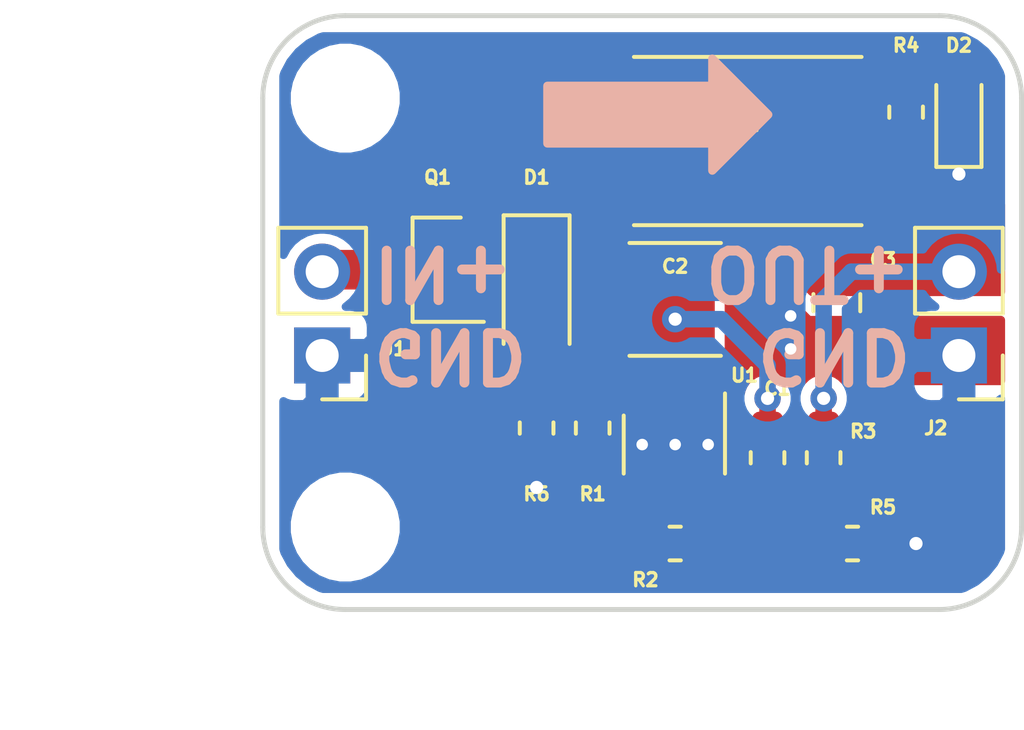
<source format=kicad_pcb>
(kicad_pcb (version 20171130) (host pcbnew "(5.1.2)-1")

  (general
    (thickness 1.6)
    (drawings 14)
    (tracks 41)
    (zones 0)
    (modules 18)
    (nets 12)
  )

  (page A4)
  (layers
    (0 F.Cu signal)
    (31 B.Cu signal)
    (32 B.Adhes user)
    (33 F.Adhes user)
    (34 B.Paste user)
    (35 F.Paste user)
    (36 B.SilkS user)
    (37 F.SilkS user)
    (38 B.Mask user)
    (39 F.Mask user)
    (40 Dwgs.User user)
    (41 Cmts.User user)
    (42 Eco1.User user)
    (43 Eco2.User user)
    (44 Edge.Cuts user)
    (45 Margin user)
    (46 B.CrtYd user)
    (47 F.CrtYd user)
    (48 B.Fab user)
    (49 F.Fab user)
  )

  (setup
    (last_trace_width 0.25)
    (user_trace_width 0.15)
    (user_trace_width 0.2)
    (user_trace_width 0.3)
    (user_trace_width 0.4)
    (user_trace_width 0.5)
    (user_trace_width 0.8)
    (user_trace_width 1)
    (user_trace_width 1.2)
    (trace_clearance 0.2)
    (zone_clearance 0.3)
    (zone_45_only no)
    (trace_min 0.15)
    (via_size 0.65)
    (via_drill 0.35)
    (via_min_size 0.4)
    (via_min_drill 0.3)
    (user_via 0.6 0.3)
    (user_via 0.8 0.4)
    (user_via 0.9 0.6)
    (uvia_size 0.3)
    (uvia_drill 0.1)
    (uvias_allowed no)
    (uvia_min_size 0.2)
    (uvia_min_drill 0.1)
    (edge_width 0.15)
    (segment_width 0.2)
    (pcb_text_width 0.3)
    (pcb_text_size 1.5 1.5)
    (mod_edge_width 0.15)
    (mod_text_size 1 1)
    (mod_text_width 0.15)
    (pad_size 1.524 1.524)
    (pad_drill 0.762)
    (pad_to_mask_clearance 0.2)
    (aux_axis_origin 0 0)
    (grid_origin 111 113)
    (visible_elements 7FFFFF7F)
    (pcbplotparams
      (layerselection 0x010f8_ffffffff)
      (usegerberextensions true)
      (usegerberattributes false)
      (usegerberadvancedattributes false)
      (creategerberjobfile false)
      (excludeedgelayer true)
      (linewidth 0.100000)
      (plotframeref false)
      (viasonmask false)
      (mode 1)
      (useauxorigin true)
      (hpglpennumber 1)
      (hpglpenspeed 20)
      (hpglpendiameter 15.000000)
      (psnegative false)
      (psa4output false)
      (plotreference false)
      (plotvalue false)
      (plotinvisibletext false)
      (padsonsilk false)
      (subtractmaskfromsilk false)
      (outputformat 1)
      (mirror false)
      (drillshape 0)
      (scaleselection 1)
      (outputdirectory "gerber/"))
  )

  (net 0 "")
  (net 1 /VSW)
  (net 2 "Net-(C1-Pad2)")
  (net 3 /VIN)
  (net 4 GND)
  (net 5 /VOUT)
  (net 6 "Net-(D1-Pad2)")
  (net 7 "Net-(D2-Pad2)")
  (net 8 /VIN_RAW)
  (net 9 "Net-(R1-Pad1)")
  (net 10 "Net-(R2-Pad2)")
  (net 11 "Net-(R2-Pad1)")

  (net_class Default "This is the default net class."
    (clearance 0.2)
    (trace_width 0.25)
    (via_dia 0.65)
    (via_drill 0.35)
    (uvia_dia 0.3)
    (uvia_drill 0.1)
    (add_net /VIN)
    (add_net /VIN_RAW)
    (add_net /VOUT)
    (add_net /VSW)
    (add_net GND)
    (add_net "Net-(C1-Pad2)")
    (add_net "Net-(D1-Pad2)")
    (add_net "Net-(D2-Pad2)")
    (add_net "Net-(R1-Pad1)")
    (add_net "Net-(R2-Pad1)")
    (add_net "Net-(R2-Pad2)")
  )

  (module MountingHole:MountingHole_2.7mm_M2.5 (layer F.Cu) (tedit 56D1B4CB) (tstamp 5CEBB490)
    (at 113.5 110.5)
    (descr "Mounting Hole 2.7mm, no annular, M2.5")
    (tags "mounting hole 2.7mm no annular m2.5")
    (attr virtual)
    (fp_text reference REF** (at 0 -3.7) (layer F.SilkS) hide
      (effects (font (size 1 1) (thickness 0.15)))
    )
    (fp_text value MountingHole_2.7mm_M2.5 (at 0 3.7) (layer F.Fab) hide
      (effects (font (size 1 1) (thickness 0.15)))
    )
    (fp_text user %R (at 0.3 0) (layer F.Fab) hide
      (effects (font (size 1 1) (thickness 0.15)))
    )
    (fp_circle (center 0 0) (end 2.7 0) (layer Cmts.User) (width 0.15))
    (fp_circle (center 0 0) (end 2.95 0) (layer F.CrtYd) (width 0.05))
    (pad 1 np_thru_hole circle (at 0 0) (size 2.7 2.7) (drill 2.7) (layers *.Cu *.Mask))
  )

  (module MountingHole:MountingHole_2.7mm_M2.5 (layer F.Cu) (tedit 56D1B4CB) (tstamp 5CEBB331)
    (at 113.5 97.5)
    (descr "Mounting Hole 2.7mm, no annular, M2.5")
    (tags "mounting hole 2.7mm no annular m2.5")
    (attr virtual)
    (fp_text reference REF** (at 0 -3.7) (layer F.SilkS) hide
      (effects (font (size 1 1) (thickness 0.15)))
    )
    (fp_text value MountingHole_2.7mm_M2.5 (at 0 3.7) (layer F.Fab) hide
      (effects (font (size 1 1) (thickness 0.15)))
    )
    (fp_circle (center 0 0) (end 2.95 0) (layer F.CrtYd) (width 0.05))
    (fp_circle (center 0 0) (end 2.7 0) (layer Cmts.User) (width 0.15))
    (fp_text user %R (at 0.3 0) (layer F.Fab) hide
      (effects (font (size 1 1) (thickness 0.15)))
    )
    (pad 1 np_thru_hole circle (at 0 0) (size 2.7 2.7) (drill 2.7) (layers *.Cu *.Mask))
  )

  (module Capacitor_SMD:C_0603_1608Metric_Pad1.05x0.95mm_HandSolder (layer F.Cu) (tedit 5B301BBE) (tstamp 5CEB9E86)
    (at 126.3 108.4 270)
    (descr "Capacitor SMD 0603 (1608 Metric), square (rectangular) end terminal, IPC_7351 nominal with elongated pad for handsoldering. (Body size source: http://www.tortai-tech.com/upload/download/2011102023233369053.pdf), generated with kicad-footprint-generator")
    (tags "capacitor handsolder")
    (path /5CEC26D4)
    (attr smd)
    (fp_text reference C1 (at -2.1 -0.3 180) (layer F.SilkS)
      (effects (font (size 0.4 0.4) (thickness 0.1)))
    )
    (fp_text value 1uF (at 2 0 180) (layer F.Fab)
      (effects (font (size 0.4 0.4) (thickness 0.1)))
    )
    (fp_line (start -0.8 0.4) (end -0.8 -0.4) (layer F.Fab) (width 0.1))
    (fp_line (start -0.8 -0.4) (end 0.8 -0.4) (layer F.Fab) (width 0.1))
    (fp_line (start 0.8 -0.4) (end 0.8 0.4) (layer F.Fab) (width 0.1))
    (fp_line (start 0.8 0.4) (end -0.8 0.4) (layer F.Fab) (width 0.1))
    (fp_line (start -0.171267 -0.51) (end 0.171267 -0.51) (layer F.SilkS) (width 0.12))
    (fp_line (start -0.171267 0.51) (end 0.171267 0.51) (layer F.SilkS) (width 0.12))
    (fp_line (start -1.65 0.73) (end -1.65 -0.73) (layer F.CrtYd) (width 0.05))
    (fp_line (start -1.65 -0.73) (end 1.65 -0.73) (layer F.CrtYd) (width 0.05))
    (fp_line (start 1.65 -0.73) (end 1.65 0.73) (layer F.CrtYd) (width 0.05))
    (fp_line (start 1.65 0.73) (end -1.65 0.73) (layer F.CrtYd) (width 0.05))
    (fp_text user %R (at 0 0 90) (layer F.Fab) hide
      (effects (font (size 0.4 0.4) (thickness 0.06)))
    )
    (pad 1 smd roundrect (at -0.875 0 270) (size 1.05 0.95) (layers F.Cu F.Paste F.Mask) (roundrect_rratio 0.25)
      (net 1 /VSW))
    (pad 2 smd roundrect (at 0.875 0 270) (size 1.05 0.95) (layers F.Cu F.Paste F.Mask) (roundrect_rratio 0.25)
      (net 2 "Net-(C1-Pad2)"))
    (model ${KISYS3DMOD}/Capacitor_SMD.3dshapes/C_0603_1608Metric.wrl
      (at (xyz 0 0 0))
      (scale (xyz 1 1 1))
      (rotate (xyz 0 0 0))
    )
  )

  (module Capacitor_SMD:C_1812_4532Metric_Pad1.30x3.40mm_HandSolder (layer F.Cu) (tedit 5B301BBE) (tstamp 5CEB9E97)
    (at 123.5 103.6)
    (descr "Capacitor SMD 1812 (4532 Metric), square (rectangular) end terminal, IPC_7351 nominal with elongated pad for handsoldering. (Body size source: https://www.nikhef.nl/pub/departments/mt/projects/detectorR_D/dtddice/ERJ2G.pdf), generated with kicad-footprint-generator")
    (tags "capacitor handsolder")
    (path /5CEB7BBF)
    (attr smd)
    (fp_text reference C2 (at 0 -1) (layer F.SilkS)
      (effects (font (size 0.4 0.4) (thickness 0.1)))
    )
    (fp_text value 22uF (at 0 -0.4) (layer F.Fab)
      (effects (font (size 0.4 0.4) (thickness 0.1)))
    )
    (fp_line (start -2.25 1.6) (end -2.25 -1.6) (layer F.Fab) (width 0.1))
    (fp_line (start -2.25 -1.6) (end 2.25 -1.6) (layer F.Fab) (width 0.1))
    (fp_line (start 2.25 -1.6) (end 2.25 1.6) (layer F.Fab) (width 0.1))
    (fp_line (start 2.25 1.6) (end -2.25 1.6) (layer F.Fab) (width 0.1))
    (fp_line (start -1.386252 -1.71) (end 1.386252 -1.71) (layer F.SilkS) (width 0.12))
    (fp_line (start -1.386252 1.71) (end 1.386252 1.71) (layer F.SilkS) (width 0.12))
    (fp_line (start -3.12 1.95) (end -3.12 -1.95) (layer F.CrtYd) (width 0.05))
    (fp_line (start -3.12 -1.95) (end 3.12 -1.95) (layer F.CrtYd) (width 0.05))
    (fp_line (start 3.12 -1.95) (end 3.12 1.95) (layer F.CrtYd) (width 0.05))
    (fp_line (start 3.12 1.95) (end -3.12 1.95) (layer F.CrtYd) (width 0.05))
    (fp_text user %R (at 0 0) (layer F.Fab) hide
      (effects (font (size 1 1) (thickness 0.15)))
    )
    (pad 1 smd roundrect (at -2.225 0) (size 1.3 3.4) (layers F.Cu F.Paste F.Mask) (roundrect_rratio 0.192308)
      (net 3 /VIN))
    (pad 2 smd roundrect (at 2.225 0) (size 1.3 3.4) (layers F.Cu F.Paste F.Mask) (roundrect_rratio 0.192308)
      (net 4 GND))
    (model ${KISYS3DMOD}/Capacitor_SMD.3dshapes/C_1812_4532Metric.wrl
      (at (xyz 0 0 0))
      (scale (xyz 1 1 1))
      (rotate (xyz 0 0 0))
    )
  )

  (module Diode_SMD:D_SOD-123 (layer F.Cu) (tedit 58645DC7) (tstamp 5CEB9ED2)
    (at 119.3 103.3 270)
    (descr SOD-123)
    (tags SOD-123)
    (path /5CEB613F)
    (attr smd)
    (fp_text reference D1 (at -3.4 0 180) (layer F.SilkS)
      (effects (font (size 0.4 0.4) (thickness 0.1)))
    )
    (fp_text value BAT20J (at -2.7 0 180) (layer F.Fab)
      (effects (font (size 0.4 0.4) (thickness 0.1)))
    )
    (fp_text user %R (at 0 -2 90) (layer F.Fab) hide
      (effects (font (size 1 1) (thickness 0.15)))
    )
    (fp_line (start -2.25 -1) (end -2.25 1) (layer F.SilkS) (width 0.12))
    (fp_line (start 0.25 0) (end 0.75 0) (layer F.Fab) (width 0.1))
    (fp_line (start 0.25 0.4) (end -0.35 0) (layer F.Fab) (width 0.1))
    (fp_line (start 0.25 -0.4) (end 0.25 0.4) (layer F.Fab) (width 0.1))
    (fp_line (start -0.35 0) (end 0.25 -0.4) (layer F.Fab) (width 0.1))
    (fp_line (start -0.35 0) (end -0.35 0.55) (layer F.Fab) (width 0.1))
    (fp_line (start -0.35 0) (end -0.35 -0.55) (layer F.Fab) (width 0.1))
    (fp_line (start -0.75 0) (end -0.35 0) (layer F.Fab) (width 0.1))
    (fp_line (start -1.4 0.9) (end -1.4 -0.9) (layer F.Fab) (width 0.1))
    (fp_line (start 1.4 0.9) (end -1.4 0.9) (layer F.Fab) (width 0.1))
    (fp_line (start 1.4 -0.9) (end 1.4 0.9) (layer F.Fab) (width 0.1))
    (fp_line (start -1.4 -0.9) (end 1.4 -0.9) (layer F.Fab) (width 0.1))
    (fp_line (start -2.35 -1.15) (end 2.35 -1.15) (layer F.CrtYd) (width 0.05))
    (fp_line (start 2.35 -1.15) (end 2.35 1.15) (layer F.CrtYd) (width 0.05))
    (fp_line (start 2.35 1.15) (end -2.35 1.15) (layer F.CrtYd) (width 0.05))
    (fp_line (start -2.35 -1.15) (end -2.35 1.15) (layer F.CrtYd) (width 0.05))
    (fp_line (start -2.25 1) (end 1.65 1) (layer F.SilkS) (width 0.12))
    (fp_line (start -2.25 -1) (end 1.65 -1) (layer F.SilkS) (width 0.12))
    (pad 1 smd rect (at -1.65 0 270) (size 0.9 1.2) (layers F.Cu F.Paste F.Mask)
      (net 3 /VIN))
    (pad 2 smd rect (at 1.65 0 270) (size 0.9 1.2) (layers F.Cu F.Paste F.Mask)
      (net 6 "Net-(D1-Pad2)"))
    (model ${KISYS3DMOD}/Diode_SMD.3dshapes/D_SOD-123.wrl
      (at (xyz 0 0 0))
      (scale (xyz 1 1 1))
      (rotate (xyz 0 0 0))
    )
  )

  (module LED_SMD:LED_0603_1608Metric_Castellated (layer F.Cu) (tedit 5B301BBE) (tstamp 5CEB9EE5)
    (at 132.1 97.9 90)
    (descr "LED SMD 0603 (1608 Metric), castellated end terminal, IPC_7351 nominal, (Body size source: http://www.tortai-tech.com/upload/download/2011102023233369053.pdf), generated with kicad-footprint-generator")
    (tags "LED castellated")
    (path /5CEDF522)
    (attr smd)
    (fp_text reference D2 (at 2 0 180) (layer F.SilkS)
      (effects (font (size 0.4 0.4) (thickness 0.1)))
    )
    (fp_text value RED (at -2.1 0 180) (layer F.Fab)
      (effects (font (size 0.4 0.4) (thickness 0.1)))
    )
    (fp_line (start 0.8 -0.4) (end -0.5 -0.4) (layer F.Fab) (width 0.1))
    (fp_line (start -0.5 -0.4) (end -0.8 -0.1) (layer F.Fab) (width 0.1))
    (fp_line (start -0.8 -0.1) (end -0.8 0.4) (layer F.Fab) (width 0.1))
    (fp_line (start -0.8 0.4) (end 0.8 0.4) (layer F.Fab) (width 0.1))
    (fp_line (start 0.8 0.4) (end 0.8 -0.4) (layer F.Fab) (width 0.1))
    (fp_line (start 0.8 -0.685) (end -1.685 -0.685) (layer F.SilkS) (width 0.12))
    (fp_line (start -1.685 -0.685) (end -1.685 0.685) (layer F.SilkS) (width 0.12))
    (fp_line (start -1.685 0.685) (end 0.8 0.685) (layer F.SilkS) (width 0.12))
    (fp_line (start -1.68 0.68) (end -1.68 -0.68) (layer F.CrtYd) (width 0.05))
    (fp_line (start -1.68 -0.68) (end 1.68 -0.68) (layer F.CrtYd) (width 0.05))
    (fp_line (start 1.68 -0.68) (end 1.68 0.68) (layer F.CrtYd) (width 0.05))
    (fp_line (start 1.68 0.68) (end -1.68 0.68) (layer F.CrtYd) (width 0.05))
    (fp_text user %R (at 0 0 90) (layer F.Fab) hide
      (effects (font (size 0.4 0.4) (thickness 0.06)))
    )
    (pad 1 smd roundrect (at -0.8125 0 90) (size 1.225 0.85) (layers F.Cu F.Paste F.Mask) (roundrect_rratio 0.25)
      (net 4 GND))
    (pad 2 smd roundrect (at 0.8125 0 90) (size 1.225 0.85) (layers F.Cu F.Paste F.Mask) (roundrect_rratio 0.25)
      (net 7 "Net-(D2-Pad2)"))
    (model ${KISYS3DMOD}/LED_SMD.3dshapes/LED_0603_1608Metric_Castellated.wrl
      (at (xyz 0 0 0))
      (scale (xyz 1 1 1))
      (rotate (xyz 0 0 0))
    )
  )

  (module Connector_PinHeader_2.54mm:PinHeader_1x02_P2.54mm_Vertical (layer F.Cu) (tedit 59FED5CC) (tstamp 5CEB9EFB)
    (at 112.8 105.3 180)
    (descr "Through hole straight pin header, 1x02, 2.54mm pitch, single row")
    (tags "Through hole pin header THT 1x02 2.54mm single row")
    (path /5CEBCFB9)
    (fp_text reference J1 (at -2.2 0.2) (layer F.SilkS)
      (effects (font (size 0.4 0.4) (thickness 0.1)))
    )
    (fp_text value M02 (at -2.5 -0.7) (layer F.Fab)
      (effects (font (size 0.4 0.4) (thickness 0.1)))
    )
    (fp_line (start -0.635 -1.27) (end 1.27 -1.27) (layer F.Fab) (width 0.1))
    (fp_line (start 1.27 -1.27) (end 1.27 3.81) (layer F.Fab) (width 0.1))
    (fp_line (start 1.27 3.81) (end -1.27 3.81) (layer F.Fab) (width 0.1))
    (fp_line (start -1.27 3.81) (end -1.27 -0.635) (layer F.Fab) (width 0.1))
    (fp_line (start -1.27 -0.635) (end -0.635 -1.27) (layer F.Fab) (width 0.1))
    (fp_line (start -1.33 3.87) (end 1.33 3.87) (layer F.SilkS) (width 0.12))
    (fp_line (start -1.33 1.27) (end -1.33 3.87) (layer F.SilkS) (width 0.12))
    (fp_line (start 1.33 1.27) (end 1.33 3.87) (layer F.SilkS) (width 0.12))
    (fp_line (start -1.33 1.27) (end 1.33 1.27) (layer F.SilkS) (width 0.12))
    (fp_line (start -1.33 0) (end -1.33 -1.33) (layer F.SilkS) (width 0.12))
    (fp_line (start -1.33 -1.33) (end 0 -1.33) (layer F.SilkS) (width 0.12))
    (fp_line (start -1.8 -1.8) (end -1.8 4.35) (layer F.CrtYd) (width 0.05))
    (fp_line (start -1.8 4.35) (end 1.8 4.35) (layer F.CrtYd) (width 0.05))
    (fp_line (start 1.8 4.35) (end 1.8 -1.8) (layer F.CrtYd) (width 0.05))
    (fp_line (start 1.8 -1.8) (end -1.8 -1.8) (layer F.CrtYd) (width 0.05))
    (fp_text user %R (at 0 1.27 90) (layer F.Fab) hide
      (effects (font (size 1 1) (thickness 0.15)))
    )
    (pad 1 thru_hole rect (at 0 0 180) (size 1.7 1.7) (drill 1) (layers *.Cu *.Mask)
      (net 4 GND))
    (pad 2 thru_hole oval (at 0 2.54 180) (size 1.7 1.7) (drill 1) (layers *.Cu *.Mask)
      (net 8 /VIN_RAW))
    (model ${KISYS3DMOD}/Connector_PinHeader_2.54mm.3dshapes/PinHeader_1x02_P2.54mm_Vertical.wrl
      (at (xyz 0 0 0))
      (scale (xyz 1 1 1))
      (rotate (xyz 0 0 0))
    )
  )

  (module Connector_PinHeader_2.54mm:PinHeader_1x02_P2.54mm_Vertical (layer F.Cu) (tedit 59FED5CC) (tstamp 5CEB9F11)
    (at 132.1 105.3 180)
    (descr "Through hole straight pin header, 1x02, 2.54mm pitch, single row")
    (tags "Through hole pin header THT 1x02 2.54mm single row")
    (path /5CEC4BE4)
    (fp_text reference J2 (at 0.7 -2.2) (layer F.SilkS)
      (effects (font (size 0.4 0.4) (thickness 0.1)))
    )
    (fp_text value M02 (at -0.5 -2.1) (layer F.Fab)
      (effects (font (size 0.4 0.4) (thickness 0.1)))
    )
    (fp_text user %R (at 0 1.27 90) (layer F.Fab) hide
      (effects (font (size 1 1) (thickness 0.15)))
    )
    (fp_line (start 1.8 -1.8) (end -1.8 -1.8) (layer F.CrtYd) (width 0.05))
    (fp_line (start 1.8 4.35) (end 1.8 -1.8) (layer F.CrtYd) (width 0.05))
    (fp_line (start -1.8 4.35) (end 1.8 4.35) (layer F.CrtYd) (width 0.05))
    (fp_line (start -1.8 -1.8) (end -1.8 4.35) (layer F.CrtYd) (width 0.05))
    (fp_line (start -1.33 -1.33) (end 0 -1.33) (layer F.SilkS) (width 0.12))
    (fp_line (start -1.33 0) (end -1.33 -1.33) (layer F.SilkS) (width 0.12))
    (fp_line (start -1.33 1.27) (end 1.33 1.27) (layer F.SilkS) (width 0.12))
    (fp_line (start 1.33 1.27) (end 1.33 3.87) (layer F.SilkS) (width 0.12))
    (fp_line (start -1.33 1.27) (end -1.33 3.87) (layer F.SilkS) (width 0.12))
    (fp_line (start -1.33 3.87) (end 1.33 3.87) (layer F.SilkS) (width 0.12))
    (fp_line (start -1.27 -0.635) (end -0.635 -1.27) (layer F.Fab) (width 0.1))
    (fp_line (start -1.27 3.81) (end -1.27 -0.635) (layer F.Fab) (width 0.1))
    (fp_line (start 1.27 3.81) (end -1.27 3.81) (layer F.Fab) (width 0.1))
    (fp_line (start 1.27 -1.27) (end 1.27 3.81) (layer F.Fab) (width 0.1))
    (fp_line (start -0.635 -1.27) (end 1.27 -1.27) (layer F.Fab) (width 0.1))
    (pad 2 thru_hole oval (at 0 2.54 180) (size 1.7 1.7) (drill 1) (layers *.Cu *.Mask)
      (net 5 /VOUT))
    (pad 1 thru_hole rect (at 0 0 180) (size 1.7 1.7) (drill 1) (layers *.Cu *.Mask)
      (net 4 GND))
    (model ${KISYS3DMOD}/Connector_PinHeader_2.54mm.3dshapes/PinHeader_1x02_P2.54mm_Vertical.wrl
      (at (xyz 0 0 0))
      (scale (xyz 1 1 1))
      (rotate (xyz 0 0 0))
    )
  )

  (module Inductor_SMD:L_Taiyo-Yuden_NR-50xx_HandSoldering (layer F.Cu) (tedit 5990349D) (tstamp 5CEB9F2A)
    (at 125.7 98.8)
    (descr "Inductor, Taiyo Yuden, NR series, Taiyo-Yuden_NR-50xx, 4.9mmx4.9mm")
    (tags "inductor taiyo-yuden nr smd")
    (path /5CEC1ADA)
    (attr smd)
    (fp_text reference L1 (at 0 -0.5) (layer F.SilkS)
      (effects (font (size 0.4 0.4) (thickness 0.1)))
    )
    (fp_text value 6.8uH (at 0 0.5) (layer F.Fab)
      (effects (font (size 0.4 0.4) (thickness 0.1)))
    )
    (fp_text user %R (at 0 0) (layer F.Fab) hide
      (effects (font (size 1 1) (thickness 0.15)))
    )
    (fp_line (start -2.45 0) (end -2.45 -1.65) (layer F.Fab) (width 0.1))
    (fp_line (start -2.45 -1.65) (end -1.65 -2.45) (layer F.Fab) (width 0.1))
    (fp_line (start -1.65 -2.45) (end 0 -2.45) (layer F.Fab) (width 0.1))
    (fp_line (start 2.45 0) (end 2.45 -1.65) (layer F.Fab) (width 0.1))
    (fp_line (start 2.45 -1.65) (end 1.65 -2.45) (layer F.Fab) (width 0.1))
    (fp_line (start 1.65 -2.45) (end 0 -2.45) (layer F.Fab) (width 0.1))
    (fp_line (start 2.45 0) (end 2.45 1.65) (layer F.Fab) (width 0.1))
    (fp_line (start 2.45 1.65) (end 1.65 2.45) (layer F.Fab) (width 0.1))
    (fp_line (start 1.65 2.45) (end 0 2.45) (layer F.Fab) (width 0.1))
    (fp_line (start -2.45 0) (end -2.45 1.65) (layer F.Fab) (width 0.1))
    (fp_line (start -2.45 1.65) (end -1.65 2.45) (layer F.Fab) (width 0.1))
    (fp_line (start -1.65 2.45) (end 0 2.45) (layer F.Fab) (width 0.1))
    (fp_line (start -3.45 -2.55) (end 3.45 -2.55) (layer F.SilkS) (width 0.12))
    (fp_line (start -3.45 2.55) (end 3.45 2.55) (layer F.SilkS) (width 0.12))
    (fp_line (start -3.75 -2.75) (end -3.75 2.75) (layer F.CrtYd) (width 0.05))
    (fp_line (start -3.75 2.75) (end 3.75 2.75) (layer F.CrtYd) (width 0.05))
    (fp_line (start 3.75 2.75) (end 3.75 -2.75) (layer F.CrtYd) (width 0.05))
    (fp_line (start 3.75 -2.75) (end -3.75 -2.75) (layer F.CrtYd) (width 0.05))
    (pad 1 smd rect (at -2.25 0) (size 2.4 4.2) (layers F.Cu F.Paste F.Mask)
      (net 1 /VSW))
    (pad 2 smd rect (at 2.25 0) (size 2.4 4.2) (layers F.Cu F.Paste F.Mask)
      (net 5 /VOUT))
    (model ${KISYS3DMOD}/Inductor_SMD.3dshapes/L_Wuerth_MAPI-4030.wrl
      (at (xyz 0 0 0))
      (scale (xyz 2 1 1))
      (rotate (xyz 0 0 0))
    )
  )

  (module Package_TO_SOT_SMD:SOT-23 (layer F.Cu) (tedit 5A02FF57) (tstamp 5CEB9F3F)
    (at 116.3 102.7 180)
    (descr "SOT-23, Standard")
    (tags SOT-23)
    (path /5CEB4A4A)
    (attr smd)
    (fp_text reference Q1 (at 0 2.8) (layer F.SilkS)
      (effects (font (size 0.4 0.4) (thickness 0.1)))
    )
    (fp_text value AO3407A (at 0 2.1) (layer F.Fab)
      (effects (font (size 0.4 0.4) (thickness 0.1)))
    )
    (fp_text user %R (at 0 0 90) (layer F.Fab) hide
      (effects (font (size 0.5 0.5) (thickness 0.075)))
    )
    (fp_line (start -0.7 -0.95) (end -0.7 1.5) (layer F.Fab) (width 0.1))
    (fp_line (start -0.15 -1.52) (end 0.7 -1.52) (layer F.Fab) (width 0.1))
    (fp_line (start -0.7 -0.95) (end -0.15 -1.52) (layer F.Fab) (width 0.1))
    (fp_line (start 0.7 -1.52) (end 0.7 1.52) (layer F.Fab) (width 0.1))
    (fp_line (start -0.7 1.52) (end 0.7 1.52) (layer F.Fab) (width 0.1))
    (fp_line (start 0.76 1.58) (end 0.76 0.65) (layer F.SilkS) (width 0.12))
    (fp_line (start 0.76 -1.58) (end 0.76 -0.65) (layer F.SilkS) (width 0.12))
    (fp_line (start -1.7 -1.75) (end 1.7 -1.75) (layer F.CrtYd) (width 0.05))
    (fp_line (start 1.7 -1.75) (end 1.7 1.75) (layer F.CrtYd) (width 0.05))
    (fp_line (start 1.7 1.75) (end -1.7 1.75) (layer F.CrtYd) (width 0.05))
    (fp_line (start -1.7 1.75) (end -1.7 -1.75) (layer F.CrtYd) (width 0.05))
    (fp_line (start 0.76 -1.58) (end -1.4 -1.58) (layer F.SilkS) (width 0.12))
    (fp_line (start 0.76 1.58) (end -0.7 1.58) (layer F.SilkS) (width 0.12))
    (pad 1 smd rect (at -1 -0.95 180) (size 0.9 0.8) (layers F.Cu F.Paste F.Mask)
      (net 6 "Net-(D1-Pad2)"))
    (pad 2 smd rect (at -1 0.95 180) (size 0.9 0.8) (layers F.Cu F.Paste F.Mask)
      (net 3 /VIN))
    (pad 3 smd rect (at 1 0 180) (size 0.9 0.8) (layers F.Cu F.Paste F.Mask)
      (net 8 /VIN_RAW))
    (model ${KISYS3DMOD}/Package_TO_SOT_SMD.3dshapes/SOT-23.wrl
      (at (xyz 0 0 0))
      (scale (xyz 1 1 1))
      (rotate (xyz 0 0 0))
    )
  )

  (module Resistor_SMD:R_0603_1608Metric_Pad1.05x0.95mm_HandSolder (layer F.Cu) (tedit 5B301BBD) (tstamp 5CEB9F50)
    (at 121 107.5 90)
    (descr "Resistor SMD 0603 (1608 Metric), square (rectangular) end terminal, IPC_7351 nominal with elongated pad for handsoldering. (Body size source: http://www.tortai-tech.com/upload/download/2011102023233369053.pdf), generated with kicad-footprint-generator")
    (tags "resistor handsolder")
    (path /5CEBB901)
    (attr smd)
    (fp_text reference R1 (at -2 0 180) (layer F.SilkS)
      (effects (font (size 0.4 0.4) (thickness 0.1)))
    )
    (fp_text value 100K (at -2.6 0 180) (layer F.Fab)
      (effects (font (size 0.4 0.4) (thickness 0.1)))
    )
    (fp_text user %R (at 0 0 90) (layer F.Fab) hide
      (effects (font (size 0.4 0.4) (thickness 0.06)))
    )
    (fp_line (start 1.65 0.73) (end -1.65 0.73) (layer F.CrtYd) (width 0.05))
    (fp_line (start 1.65 -0.73) (end 1.65 0.73) (layer F.CrtYd) (width 0.05))
    (fp_line (start -1.65 -0.73) (end 1.65 -0.73) (layer F.CrtYd) (width 0.05))
    (fp_line (start -1.65 0.73) (end -1.65 -0.73) (layer F.CrtYd) (width 0.05))
    (fp_line (start -0.171267 0.51) (end 0.171267 0.51) (layer F.SilkS) (width 0.12))
    (fp_line (start -0.171267 -0.51) (end 0.171267 -0.51) (layer F.SilkS) (width 0.12))
    (fp_line (start 0.8 0.4) (end -0.8 0.4) (layer F.Fab) (width 0.1))
    (fp_line (start 0.8 -0.4) (end 0.8 0.4) (layer F.Fab) (width 0.1))
    (fp_line (start -0.8 -0.4) (end 0.8 -0.4) (layer F.Fab) (width 0.1))
    (fp_line (start -0.8 0.4) (end -0.8 -0.4) (layer F.Fab) (width 0.1))
    (pad 2 smd roundrect (at 0.875 0 90) (size 1.05 0.95) (layers F.Cu F.Paste F.Mask) (roundrect_rratio 0.25)
      (net 3 /VIN))
    (pad 1 smd roundrect (at -0.875 0 90) (size 1.05 0.95) (layers F.Cu F.Paste F.Mask) (roundrect_rratio 0.25)
      (net 9 "Net-(R1-Pad1)"))
    (model ${KISYS3DMOD}/Resistor_SMD.3dshapes/R_0603_1608Metric.wrl
      (at (xyz 0 0 0))
      (scale (xyz 1 1 1))
      (rotate (xyz 0 0 0))
    )
  )

  (module Resistor_SMD:R_0603_1608Metric_Pad1.05x0.95mm_HandSolder (layer F.Cu) (tedit 5B301BBD) (tstamp 5CEB9F61)
    (at 123.5 111 180)
    (descr "Resistor SMD 0603 (1608 Metric), square (rectangular) end terminal, IPC_7351 nominal with elongated pad for handsoldering. (Body size source: http://www.tortai-tech.com/upload/download/2011102023233369053.pdf), generated with kicad-footprint-generator")
    (tags "resistor handsolder")
    (path /5CEC6A95)
    (attr smd)
    (fp_text reference R2 (at 0.9 -1.1) (layer F.SilkS)
      (effects (font (size 0.4 0.4) (thickness 0.1)))
    )
    (fp_text value 75K (at -0.8 -1.1) (layer F.Fab)
      (effects (font (size 0.4 0.4) (thickness 0.1)))
    )
    (fp_text user %R (at 0 0) (layer F.Fab) hide
      (effects (font (size 0.4 0.4) (thickness 0.06)))
    )
    (fp_line (start 1.65 0.73) (end -1.65 0.73) (layer F.CrtYd) (width 0.05))
    (fp_line (start 1.65 -0.73) (end 1.65 0.73) (layer F.CrtYd) (width 0.05))
    (fp_line (start -1.65 -0.73) (end 1.65 -0.73) (layer F.CrtYd) (width 0.05))
    (fp_line (start -1.65 0.73) (end -1.65 -0.73) (layer F.CrtYd) (width 0.05))
    (fp_line (start -0.171267 0.51) (end 0.171267 0.51) (layer F.SilkS) (width 0.12))
    (fp_line (start -0.171267 -0.51) (end 0.171267 -0.51) (layer F.SilkS) (width 0.12))
    (fp_line (start 0.8 0.4) (end -0.8 0.4) (layer F.Fab) (width 0.1))
    (fp_line (start 0.8 -0.4) (end 0.8 0.4) (layer F.Fab) (width 0.1))
    (fp_line (start -0.8 -0.4) (end 0.8 -0.4) (layer F.Fab) (width 0.1))
    (fp_line (start -0.8 0.4) (end -0.8 -0.4) (layer F.Fab) (width 0.1))
    (pad 2 smd roundrect (at 0.875 0 180) (size 1.05 0.95) (layers F.Cu F.Paste F.Mask) (roundrect_rratio 0.25)
      (net 10 "Net-(R2-Pad2)"))
    (pad 1 smd roundrect (at -0.875 0 180) (size 1.05 0.95) (layers F.Cu F.Paste F.Mask) (roundrect_rratio 0.25)
      (net 11 "Net-(R2-Pad1)"))
    (model ${KISYS3DMOD}/Resistor_SMD.3dshapes/R_0603_1608Metric.wrl
      (at (xyz 0 0 0))
      (scale (xyz 1 1 1))
      (rotate (xyz 0 0 0))
    )
  )

  (module Resistor_SMD:R_0603_1608Metric_Pad1.05x0.95mm_HandSolder (layer F.Cu) (tedit 5B301BBD) (tstamp 5CEB9F72)
    (at 128 108.4 270)
    (descr "Resistor SMD 0603 (1608 Metric), square (rectangular) end terminal, IPC_7351 nominal with elongated pad for handsoldering. (Body size source: http://www.tortai-tech.com/upload/download/2011102023233369053.pdf), generated with kicad-footprint-generator")
    (tags "resistor handsolder")
    (path /5CEC7528)
    (attr smd)
    (fp_text reference R3 (at -0.8 -1.2 180) (layer F.SilkS)
      (effects (font (size 0.4 0.4) (thickness 0.1)))
    )
    (fp_text value 40.2K (at 0.6 -1.7 180) (layer F.Fab)
      (effects (font (size 0.4 0.4) (thickness 0.1)))
    )
    (fp_line (start -0.8 0.4) (end -0.8 -0.4) (layer F.Fab) (width 0.1))
    (fp_line (start -0.8 -0.4) (end 0.8 -0.4) (layer F.Fab) (width 0.1))
    (fp_line (start 0.8 -0.4) (end 0.8 0.4) (layer F.Fab) (width 0.1))
    (fp_line (start 0.8 0.4) (end -0.8 0.4) (layer F.Fab) (width 0.1))
    (fp_line (start -0.171267 -0.51) (end 0.171267 -0.51) (layer F.SilkS) (width 0.12))
    (fp_line (start -0.171267 0.51) (end 0.171267 0.51) (layer F.SilkS) (width 0.12))
    (fp_line (start -1.65 0.73) (end -1.65 -0.73) (layer F.CrtYd) (width 0.05))
    (fp_line (start -1.65 -0.73) (end 1.65 -0.73) (layer F.CrtYd) (width 0.05))
    (fp_line (start 1.65 -0.73) (end 1.65 0.73) (layer F.CrtYd) (width 0.05))
    (fp_line (start 1.65 0.73) (end -1.65 0.73) (layer F.CrtYd) (width 0.05))
    (fp_text user %R (at 0 0 90) (layer F.Fab) hide
      (effects (font (size 0.4 0.4) (thickness 0.06)))
    )
    (pad 1 smd roundrect (at -0.875 0 270) (size 1.05 0.95) (layers F.Cu F.Paste F.Mask) (roundrect_rratio 0.25)
      (net 5 /VOUT))
    (pad 2 smd roundrect (at 0.875 0 270) (size 1.05 0.95) (layers F.Cu F.Paste F.Mask) (roundrect_rratio 0.25)
      (net 11 "Net-(R2-Pad1)"))
    (model ${KISYS3DMOD}/Resistor_SMD.3dshapes/R_0603_1608Metric.wrl
      (at (xyz 0 0 0))
      (scale (xyz 1 1 1))
      (rotate (xyz 0 0 0))
    )
  )

  (module Resistor_SMD:R_0603_1608Metric_Pad1.05x0.95mm_HandSolder (layer F.Cu) (tedit 5B301BBD) (tstamp 5CEB9F83)
    (at 130.5 97.925 90)
    (descr "Resistor SMD 0603 (1608 Metric), square (rectangular) end terminal, IPC_7351 nominal with elongated pad for handsoldering. (Body size source: http://www.tortai-tech.com/upload/download/2011102023233369053.pdf), generated with kicad-footprint-generator")
    (tags "resistor handsolder")
    (path /5CEDEE61)
    (attr smd)
    (fp_text reference R4 (at 2.025 0 180) (layer F.SilkS)
      (effects (font (size 0.4 0.4) (thickness 0.1)))
    )
    (fp_text value 680 (at -2.075 0 180) (layer F.Fab)
      (effects (font (size 0.4 0.4) (thickness 0.1)))
    )
    (fp_text user %R (at 0 0 90) (layer F.Fab) hide
      (effects (font (size 0.4 0.4) (thickness 0.06)))
    )
    (fp_line (start 1.65 0.73) (end -1.65 0.73) (layer F.CrtYd) (width 0.05))
    (fp_line (start 1.65 -0.73) (end 1.65 0.73) (layer F.CrtYd) (width 0.05))
    (fp_line (start -1.65 -0.73) (end 1.65 -0.73) (layer F.CrtYd) (width 0.05))
    (fp_line (start -1.65 0.73) (end -1.65 -0.73) (layer F.CrtYd) (width 0.05))
    (fp_line (start -0.171267 0.51) (end 0.171267 0.51) (layer F.SilkS) (width 0.12))
    (fp_line (start -0.171267 -0.51) (end 0.171267 -0.51) (layer F.SilkS) (width 0.12))
    (fp_line (start 0.8 0.4) (end -0.8 0.4) (layer F.Fab) (width 0.1))
    (fp_line (start 0.8 -0.4) (end 0.8 0.4) (layer F.Fab) (width 0.1))
    (fp_line (start -0.8 -0.4) (end 0.8 -0.4) (layer F.Fab) (width 0.1))
    (fp_line (start -0.8 0.4) (end -0.8 -0.4) (layer F.Fab) (width 0.1))
    (pad 2 smd roundrect (at 0.875 0 90) (size 1.05 0.95) (layers F.Cu F.Paste F.Mask) (roundrect_rratio 0.25)
      (net 7 "Net-(D2-Pad2)"))
    (pad 1 smd roundrect (at -0.875 0 90) (size 1.05 0.95) (layers F.Cu F.Paste F.Mask) (roundrect_rratio 0.25)
      (net 5 /VOUT))
    (model ${KISYS3DMOD}/Resistor_SMD.3dshapes/R_0603_1608Metric.wrl
      (at (xyz 0 0 0))
      (scale (xyz 1 1 1))
      (rotate (xyz 0 0 0))
    )
  )

  (module Resistor_SMD:R_0603_1608Metric_Pad1.05x0.95mm_HandSolder (layer F.Cu) (tedit 5B301BBD) (tstamp 5CEB9F94)
    (at 128.875 111)
    (descr "Resistor SMD 0603 (1608 Metric), square (rectangular) end terminal, IPC_7351 nominal with elongated pad for handsoldering. (Body size source: http://www.tortai-tech.com/upload/download/2011102023233369053.pdf), generated with kicad-footprint-generator")
    (tags "resistor handsolder")
    (path /5CEC79D0)
    (attr smd)
    (fp_text reference R5 (at 0.925 -1.1) (layer F.SilkS)
      (effects (font (size 0.4 0.4) (thickness 0.1)))
    )
    (fp_text value 7.68K (at 0.025 1.1) (layer F.Fab)
      (effects (font (size 0.4 0.4) (thickness 0.1)))
    )
    (fp_line (start -0.8 0.4) (end -0.8 -0.4) (layer F.Fab) (width 0.1))
    (fp_line (start -0.8 -0.4) (end 0.8 -0.4) (layer F.Fab) (width 0.1))
    (fp_line (start 0.8 -0.4) (end 0.8 0.4) (layer F.Fab) (width 0.1))
    (fp_line (start 0.8 0.4) (end -0.8 0.4) (layer F.Fab) (width 0.1))
    (fp_line (start -0.171267 -0.51) (end 0.171267 -0.51) (layer F.SilkS) (width 0.12))
    (fp_line (start -0.171267 0.51) (end 0.171267 0.51) (layer F.SilkS) (width 0.12))
    (fp_line (start -1.65 0.73) (end -1.65 -0.73) (layer F.CrtYd) (width 0.05))
    (fp_line (start -1.65 -0.73) (end 1.65 -0.73) (layer F.CrtYd) (width 0.05))
    (fp_line (start 1.65 -0.73) (end 1.65 0.73) (layer F.CrtYd) (width 0.05))
    (fp_line (start 1.65 0.73) (end -1.65 0.73) (layer F.CrtYd) (width 0.05))
    (fp_text user %R (at 0 0) (layer F.Fab) hide
      (effects (font (size 0.4 0.4) (thickness 0.06)))
    )
    (pad 1 smd roundrect (at -0.875 0) (size 1.05 0.95) (layers F.Cu F.Paste F.Mask) (roundrect_rratio 0.25)
      (net 11 "Net-(R2-Pad1)"))
    (pad 2 smd roundrect (at 0.875 0) (size 1.05 0.95) (layers F.Cu F.Paste F.Mask) (roundrect_rratio 0.25)
      (net 4 GND))
    (model ${KISYS3DMOD}/Resistor_SMD.3dshapes/R_0603_1608Metric.wrl
      (at (xyz 0 0 0))
      (scale (xyz 1 1 1))
      (rotate (xyz 0 0 0))
    )
  )

  (module Resistor_SMD:R_0603_1608Metric_Pad1.05x0.95mm_HandSolder (layer F.Cu) (tedit 5B301BBD) (tstamp 5CEB9FA5)
    (at 119.3 107.5 270)
    (descr "Resistor SMD 0603 (1608 Metric), square (rectangular) end terminal, IPC_7351 nominal with elongated pad for handsoldering. (Body size source: http://www.tortai-tech.com/upload/download/2011102023233369053.pdf), generated with kicad-footprint-generator")
    (tags "resistor handsolder")
    (path /5CEB535D)
    (attr smd)
    (fp_text reference R6 (at 2 0 180) (layer F.SilkS)
      (effects (font (size 0.4 0.4) (thickness 0.1)))
    )
    (fp_text value 4.7K (at 2.6 0 180) (layer F.Fab)
      (effects (font (size 0.4 0.4) (thickness 0.1)))
    )
    (fp_line (start -0.8 0.4) (end -0.8 -0.4) (layer F.Fab) (width 0.1))
    (fp_line (start -0.8 -0.4) (end 0.8 -0.4) (layer F.Fab) (width 0.1))
    (fp_line (start 0.8 -0.4) (end 0.8 0.4) (layer F.Fab) (width 0.1))
    (fp_line (start 0.8 0.4) (end -0.8 0.4) (layer F.Fab) (width 0.1))
    (fp_line (start -0.171267 -0.51) (end 0.171267 -0.51) (layer F.SilkS) (width 0.12))
    (fp_line (start -0.171267 0.51) (end 0.171267 0.51) (layer F.SilkS) (width 0.12))
    (fp_line (start -1.65 0.73) (end -1.65 -0.73) (layer F.CrtYd) (width 0.05))
    (fp_line (start -1.65 -0.73) (end 1.65 -0.73) (layer F.CrtYd) (width 0.05))
    (fp_line (start 1.65 -0.73) (end 1.65 0.73) (layer F.CrtYd) (width 0.05))
    (fp_line (start 1.65 0.73) (end -1.65 0.73) (layer F.CrtYd) (width 0.05))
    (fp_text user %R (at 0 0 90) (layer F.Fab) hide
      (effects (font (size 0.4 0.4) (thickness 0.06)))
    )
    (pad 1 smd roundrect (at -0.875 0 270) (size 1.05 0.95) (layers F.Cu F.Paste F.Mask) (roundrect_rratio 0.25)
      (net 6 "Net-(D1-Pad2)"))
    (pad 2 smd roundrect (at 0.875 0 270) (size 1.05 0.95) (layers F.Cu F.Paste F.Mask) (roundrect_rratio 0.25)
      (net 4 GND))
    (model ${KISYS3DMOD}/Resistor_SMD.3dshapes/R_0603_1608Metric.wrl
      (at (xyz 0 0 0))
      (scale (xyz 1 1 1))
      (rotate (xyz 0 0 0))
    )
  )

  (module Package_TO_SOT_SMD:TSOT-23-6 (layer F.Cu) (tedit 5A02FF57) (tstamp 5CEBABC6)
    (at 123.5 108 270)
    (descr "6-pin TSOT23 package, http://cds.linear.com/docs/en/packaging/SOT_6_05-08-1636.pdf")
    (tags "TSOT-23-6 MK06A TSOT-6")
    (path /5CEB3627)
    (attr smd)
    (fp_text reference U1 (at -2.1 -2.1 180) (layer F.SilkS)
      (effects (font (size 0.4 0.4) (thickness 0.1)))
    )
    (fp_text value MP1470 (at 0 0 180) (layer F.Fab)
      (effects (font (size 0.4 0.4) (thickness 0.1)))
    )
    (fp_text user %R (at 0 0) (layer F.Fab) hide
      (effects (font (size 0.5 0.5) (thickness 0.075)))
    )
    (fp_line (start -0.88 1.56) (end 0.88 1.56) (layer F.SilkS) (width 0.12))
    (fp_line (start 0.88 -1.51) (end -1.55 -1.51) (layer F.SilkS) (width 0.12))
    (fp_line (start -0.88 -1) (end -0.43 -1.45) (layer F.Fab) (width 0.1))
    (fp_line (start 0.88 -1.45) (end -0.43 -1.45) (layer F.Fab) (width 0.1))
    (fp_line (start -0.88 -1) (end -0.88 1.45) (layer F.Fab) (width 0.1))
    (fp_line (start 0.88 1.45) (end -0.88 1.45) (layer F.Fab) (width 0.1))
    (fp_line (start 0.88 -1.45) (end 0.88 1.45) (layer F.Fab) (width 0.1))
    (fp_line (start -2.17 -1.7) (end 2.17 -1.7) (layer F.CrtYd) (width 0.05))
    (fp_line (start -2.17 -1.7) (end -2.17 1.7) (layer F.CrtYd) (width 0.05))
    (fp_line (start 2.17 1.7) (end 2.17 -1.7) (layer F.CrtYd) (width 0.05))
    (fp_line (start 2.17 1.7) (end -2.17 1.7) (layer F.CrtYd) (width 0.05))
    (pad 1 smd rect (at -1.31 -0.95 270) (size 1.22 0.65) (layers F.Cu F.Paste F.Mask)
      (net 4 GND))
    (pad 2 smd rect (at -1.31 0 270) (size 1.22 0.65) (layers F.Cu F.Paste F.Mask)
      (net 1 /VSW))
    (pad 3 smd rect (at -1.31 0.95 270) (size 1.22 0.65) (layers F.Cu F.Paste F.Mask)
      (net 3 /VIN))
    (pad 4 smd rect (at 1.31 0.95 270) (size 1.22 0.65) (layers F.Cu F.Paste F.Mask)
      (net 10 "Net-(R2-Pad2)"))
    (pad 5 smd rect (at 1.31 0 270) (size 1.22 0.65) (layers F.Cu F.Paste F.Mask)
      (net 9 "Net-(R1-Pad1)"))
    (pad 6 smd rect (at 1.31 -0.95 270) (size 1.22 0.65) (layers F.Cu F.Paste F.Mask)
      (net 2 "Net-(C1-Pad2)"))
    (model ${KISYS3DMOD}/Package_TO_SOT_SMD.3dshapes/SOT-23-6.wrl
      (at (xyz 0 0 0))
      (scale (xyz 1 1 1))
      (rotate (xyz 0 0 0))
    )
  )

  (module Capacitor_SMD:C_0805_2012Metric_Pad1.15x1.40mm_HandSolder (layer F.Cu) (tedit 5B36C52B) (tstamp 5CEBAFD4)
    (at 128.4 103.7 270)
    (descr "Capacitor SMD 0805 (2012 Metric), square (rectangular) end terminal, IPC_7351 nominal with elongated pad for handsoldering. (Body size source: https://docs.google.com/spreadsheets/d/1BsfQQcO9C6DZCsRaXUlFlo91Tg2WpOkGARC1WS5S8t0/edit?usp=sharing), generated with kicad-footprint-generator")
    (tags "capacitor handsolder")
    (path /5CEC8457)
    (attr smd)
    (fp_text reference C3 (at -1.3 -1.4 180) (layer F.SilkS)
      (effects (font (size 0.4 0.4) (thickness 0.1)))
    )
    (fp_text value 22uF (at 2.2 0 180) (layer F.Fab)
      (effects (font (size 0.4 0.4) (thickness 0.1)))
    )
    (fp_line (start -1 0.6) (end -1 -0.6) (layer F.Fab) (width 0.1))
    (fp_line (start -1 -0.6) (end 1 -0.6) (layer F.Fab) (width 0.1))
    (fp_line (start 1 -0.6) (end 1 0.6) (layer F.Fab) (width 0.1))
    (fp_line (start 1 0.6) (end -1 0.6) (layer F.Fab) (width 0.1))
    (fp_line (start -0.261252 -0.71) (end 0.261252 -0.71) (layer F.SilkS) (width 0.12))
    (fp_line (start -0.261252 0.71) (end 0.261252 0.71) (layer F.SilkS) (width 0.12))
    (fp_line (start -1.85 0.95) (end -1.85 -0.95) (layer F.CrtYd) (width 0.05))
    (fp_line (start -1.85 -0.95) (end 1.85 -0.95) (layer F.CrtYd) (width 0.05))
    (fp_line (start 1.85 -0.95) (end 1.85 0.95) (layer F.CrtYd) (width 0.05))
    (fp_line (start 1.85 0.95) (end -1.85 0.95) (layer F.CrtYd) (width 0.05))
    (fp_text user %R (at 0 0 90) (layer F.Fab) hide
      (effects (font (size 0.5 0.5) (thickness 0.08)))
    )
    (pad 1 smd roundrect (at -1.025 0 270) (size 1.15 1.4) (layers F.Cu F.Paste F.Mask) (roundrect_rratio 0.217391)
      (net 5 /VOUT))
    (pad 2 smd roundrect (at 1.025 0 270) (size 1.15 1.4) (layers F.Cu F.Paste F.Mask) (roundrect_rratio 0.217391)
      (net 4 GND))
    (model ${KISYS3DMOD}/Capacitor_SMD.3dshapes/C_0805_2012Metric.wrl
      (at (xyz 0 0 0))
      (scale (xyz 1 1 1))
      (rotate (xyz 0 0 0))
    )
  )

  (dimension 23 (width 0.15) (layer Cmts.User)
    (gr_text "23.000 mm" (at 122.5 117.3) (layer Cmts.User)
      (effects (font (size 1 1) (thickness 0.15)))
    )
    (feature1 (pts (xy 134 113) (xy 134 116.586421)))
    (feature2 (pts (xy 111 113) (xy 111 116.586421)))
    (crossbar (pts (xy 111 116) (xy 134 116)))
    (arrow1a (pts (xy 134 116) (xy 132.873496 116.586421)))
    (arrow1b (pts (xy 134 116) (xy 132.873496 115.413579)))
    (arrow2a (pts (xy 111 116) (xy 112.126504 116.586421)))
    (arrow2b (pts (xy 111 116) (xy 112.126504 115.413579)))
  )
  (dimension 18 (width 0.15) (layer Cmts.User)
    (gr_text "18.000 mm" (at 106.7 104 90) (layer Cmts.User)
      (effects (font (size 1 1) (thickness 0.15)))
    )
    (feature1 (pts (xy 111 95) (xy 107.413579 95)))
    (feature2 (pts (xy 111 113) (xy 107.413579 113)))
    (crossbar (pts (xy 108 113) (xy 108 95)))
    (arrow1a (pts (xy 108 95) (xy 108.586421 96.126504)))
    (arrow1b (pts (xy 108 95) (xy 107.413579 96.126504)))
    (arrow2a (pts (xy 108 113) (xy 108.586421 111.873496)))
    (arrow2b (pts (xy 108 113) (xy 107.413579 111.873496)))
  )
  (gr_text OUT+ (at 130.8 102.8 180) (layer B.SilkS) (tstamp 5CEBC469)
    (effects (font (size 1.5 1.5) (thickness 0.3)) (justify right mirror))
  )
  (gr_text GND (at 130.8 105.3 180) (layer B.SilkS) (tstamp 5CEBC41E)
    (effects (font (size 1.5 1.5) (thickness 0.3)) (justify right mirror))
  )
  (gr_text GND (at 114.2 105.3 180) (layer B.SilkS) (tstamp 5CEBC3D3)
    (effects (font (size 1.5 1.5) (thickness 0.3)) (justify left mirror))
  )
  (gr_text IN+ (at 114.2 102.8 180) (layer B.SilkS)
    (effects (font (size 1.5 1.5) (thickness 0.3)) (justify left mirror))
  )
  (gr_arc (start 113.5 110.5) (end 111 110.5) (angle -90) (layer Edge.Cuts) (width 0.15))
  (gr_arc (start 113.5 97.5) (end 113.5 95) (angle -90) (layer Edge.Cuts) (width 0.15))
  (gr_arc (start 131.5 97.5) (end 134 97.5) (angle -90) (layer Edge.Cuts) (width 0.15))
  (gr_arc (start 131.5 110.5) (end 131.5 113) (angle -90) (layer Edge.Cuts) (width 0.15))
  (gr_line (start 131.5 95) (end 113.5 95) (layer Edge.Cuts) (width 0.15) (tstamp 5CEBAFA3))
  (gr_line (start 134 110.5) (end 134 97.5) (layer Edge.Cuts) (width 0.15))
  (gr_line (start 113.5 113) (end 131.5 113) (layer Edge.Cuts) (width 0.15))
  (gr_line (start 111 97.5) (end 111 110.5) (layer Edge.Cuts) (width 0.15))

  (via (at 126.3 106.6) (size 0.8) (drill 0.4) (layers F.Cu B.Cu) (net 1))
  (via (at 123.5 104.2) (size 0.8) (drill 0.4) (layers F.Cu B.Cu) (net 1))
  (segment (start 126.3 106.6) (end 126.3 105.6) (width 0.5) (layer B.Cu) (net 1))
  (segment (start 124.9 104.2) (end 123.5 104.2) (width 0.5) (layer B.Cu) (net 1))
  (segment (start 126.3 105.6) (end 124.9 104.2) (width 0.5) (layer B.Cu) (net 1))
  (segment (start 126.3 107.525) (end 126.3 106.6) (width 0.5) (layer F.Cu) (net 1))
  (segment (start 126.265 109.31) (end 126.3 109.275) (width 0.5) (layer F.Cu) (net 2))
  (segment (start 124.45 109.31) (end 126.265 109.31) (width 0.5) (layer F.Cu) (net 2))
  (via (at 119.3 109.3) (size 0.8) (drill 0.4) (layers F.Cu B.Cu) (net 4))
  (segment (start 119.3 108.375) (end 119.3 109.3) (width 0.5) (layer F.Cu) (net 4))
  (via (at 130.8 111) (size 0.8) (drill 0.4) (layers F.Cu B.Cu) (net 4))
  (segment (start 129.75 111) (end 130.8 111) (width 0.5) (layer F.Cu) (net 4))
  (via (at 132.1 99.8) (size 0.8) (drill 0.4) (layers F.Cu B.Cu) (net 4))
  (segment (start 132.1 98.7125) (end 132.1 99.8) (width 0.5) (layer F.Cu) (net 4))
  (via (at 122.5 108) (size 0.65) (drill 0.35) (layers F.Cu B.Cu) (net 4))
  (via (at 123.5 108) (size 0.65) (drill 0.35) (layers F.Cu B.Cu) (net 4))
  (via (at 124.5 108) (size 0.65) (drill 0.35) (layers F.Cu B.Cu) (net 4))
  (via (at 127 104.1) (size 0.65) (drill 0.35) (layers F.Cu B.Cu) (net 4) (tstamp 5CEBC378))
  (via (at 127 105.1) (size 0.65) (drill 0.35) (layers F.Cu B.Cu) (net 4) (tstamp 5CEBC37A))
  (via (at 128 106.6) (size 0.8) (drill 0.4) (layers F.Cu B.Cu) (net 5))
  (segment (start 128 107.525) (end 128 106.6) (width 0.5) (layer F.Cu) (net 5))
  (segment (start 128 106.6) (end 128 103.6) (width 0.5) (layer B.Cu) (net 5))
  (segment (start 128.84 102.76) (end 132.1 102.76) (width 0.5) (layer B.Cu) (net 5))
  (segment (start 128 103.6) (end 128.84 102.76) (width 0.5) (layer B.Cu) (net 5))
  (segment (start 117.3 104.55) (end 117.3 103.65) (width 0.5) (layer F.Cu) (net 6))
  (segment (start 117.7 104.95) (end 117.3 104.55) (width 0.5) (layer F.Cu) (net 6))
  (segment (start 119.3 104.95) (end 117.7 104.95) (width 0.5) (layer F.Cu) (net 6))
  (segment (start 119.3 104.95) (end 119.3 106.625) (width 0.5) (layer F.Cu) (net 6))
  (segment (start 132.0625 97.05) (end 132.1 97.0875) (width 0.5) (layer F.Cu) (net 7))
  (segment (start 130.5 97.05) (end 132.0625 97.05) (width 0.5) (layer F.Cu) (net 7))
  (segment (start 112.86 102.7) (end 112.8 102.76) (width 1.2) (layer F.Cu) (net 8))
  (segment (start 115.3 102.7) (end 112.86 102.7) (width 1.2) (layer F.Cu) (net 8))
  (segment (start 123.5 109.31) (end 123.5 111.6) (width 0.3) (layer F.Cu) (net 9))
  (segment (start 123.27499 111.82501) (end 121.62501 111.82501) (width 0.3) (layer F.Cu) (net 9))
  (segment (start 123.5 111.6) (end 123.27499 111.82501) (width 0.3) (layer F.Cu) (net 9))
  (segment (start 121 111.2) (end 121 108.375) (width 0.3) (layer F.Cu) (net 9))
  (segment (start 121.62501 111.82501) (end 121 111.2) (width 0.3) (layer F.Cu) (net 9))
  (segment (start 122.55 110.925) (end 122.625 111) (width 0.5) (layer F.Cu) (net 10))
  (segment (start 122.55 109.31) (end 122.55 110.925) (width 0.5) (layer F.Cu) (net 10))
  (segment (start 124.375 111) (end 128 111) (width 0.5) (layer F.Cu) (net 11))
  (segment (start 128 109.275) (end 128 111) (width 0.5) (layer F.Cu) (net 11))

  (zone (net 4) (net_name GND) (layer B.Cu) (tstamp 5CEB5C2F) (hatch edge 0.508)
    (connect_pads (clearance 0.3))
    (min_thickness 0.25)
    (fill yes (arc_segments 32) (thermal_gap 0.5) (thermal_bridge_width 1))
    (polygon
      (pts
        (xy 111.5 95.5) (xy 111.5 112.5) (xy 133.5 112.5) (xy 133.5 95.5)
      )
    )
    (filled_polygon
      (pts
        (xy 132.261228 95.653126) (xy 132.605455 95.836154) (xy 132.907579 96.082559) (xy 133.156089 96.382958) (xy 133.341516 96.725897)
        (xy 133.375 96.834067) (xy 133.375 102.697364) (xy 133.356552 102.510056) (xy 133.283646 102.269718) (xy 133.165253 102.048221)
        (xy 133.005923 101.854077) (xy 132.811779 101.694747) (xy 132.590282 101.576354) (xy 132.349944 101.503448) (xy 132.162636 101.485)
        (xy 132.037364 101.485) (xy 131.850056 101.503448) (xy 131.609718 101.576354) (xy 131.388221 101.694747) (xy 131.194077 101.854077)
        (xy 131.034747 102.048221) (xy 131.015088 102.085) (xy 128.873151 102.085) (xy 128.839999 102.081735) (xy 128.806847 102.085)
        (xy 128.806841 102.085) (xy 128.721499 102.093406) (xy 128.707676 102.094767) (xy 128.669079 102.106476) (xy 128.580439 102.133364)
        (xy 128.463176 102.196042) (xy 128.360394 102.280394) (xy 128.339258 102.306148) (xy 127.546143 103.099263) (xy 127.520395 103.120394)
        (xy 127.499264 103.146142) (xy 127.499256 103.14615) (xy 127.436043 103.223176) (xy 127.373365 103.340439) (xy 127.334767 103.467677)
        (xy 127.321735 103.6) (xy 127.325001 103.633162) (xy 127.325 106.125248) (xy 127.268894 106.209216) (xy 127.206704 106.359356)
        (xy 127.175 106.518745) (xy 127.175 106.681255) (xy 127.206704 106.840644) (xy 127.268894 106.990784) (xy 127.359181 107.125907)
        (xy 127.474093 107.240819) (xy 127.609216 107.331106) (xy 127.759356 107.393296) (xy 127.918745 107.425) (xy 128.081255 107.425)
        (xy 128.240644 107.393296) (xy 128.390784 107.331106) (xy 128.525907 107.240819) (xy 128.640819 107.125907) (xy 128.731106 106.990784)
        (xy 128.793296 106.840644) (xy 128.825 106.681255) (xy 128.825 106.518745) (xy 128.793296 106.359356) (xy 128.731106 106.209216)
        (xy 128.691539 106.15) (xy 130.621976 106.15) (xy 130.634043 106.272521) (xy 130.669781 106.390334) (xy 130.727817 106.498911)
        (xy 130.80592 106.59408) (xy 130.901089 106.672183) (xy 131.009666 106.730219) (xy 131.127479 106.765957) (xy 131.25 106.778024)
        (xy 131.56875 106.775) (xy 131.725 106.61875) (xy 131.725 105.675) (xy 130.78125 105.675) (xy 130.625 105.83125)
        (xy 130.621976 106.15) (xy 128.691539 106.15) (xy 128.675 106.125248) (xy 128.675 103.879594) (xy 129.119594 103.435)
        (xy 131.015088 103.435) (xy 131.034747 103.471779) (xy 131.194077 103.665923) (xy 131.385798 103.823264) (xy 131.25 103.821976)
        (xy 131.127479 103.834043) (xy 131.009666 103.869781) (xy 130.901089 103.927817) (xy 130.80592 104.00592) (xy 130.727817 104.101089)
        (xy 130.669781 104.209666) (xy 130.634043 104.327479) (xy 130.621976 104.45) (xy 130.625 104.76875) (xy 130.78125 104.925)
        (xy 131.725 104.925) (xy 131.725 104.905) (xy 132.475 104.905) (xy 132.475 104.925) (xy 132.495 104.925)
        (xy 132.495 105.675) (xy 132.475 105.675) (xy 132.475 106.61875) (xy 132.63125 106.775) (xy 132.95 106.778024)
        (xy 133.072521 106.765957) (xy 133.190334 106.730219) (xy 133.298911 106.672183) (xy 133.375 106.609739) (xy 133.375 111.168073)
        (xy 133.346875 111.261227) (xy 133.163844 111.605457) (xy 132.917439 111.907581) (xy 132.617044 112.156087) (xy 132.274102 112.341516)
        (xy 132.165932 112.375) (xy 112.831927 112.375) (xy 112.738773 112.346875) (xy 112.394543 112.163844) (xy 112.092419 111.917439)
        (xy 111.843913 111.617044) (xy 111.658484 111.274102) (xy 111.625 111.165932) (xy 111.625 110.325178) (xy 111.725 110.325178)
        (xy 111.725 110.674822) (xy 111.793213 111.017748) (xy 111.927016 111.340778) (xy 112.121268 111.631496) (xy 112.368504 111.878732)
        (xy 112.659222 112.072984) (xy 112.982252 112.206787) (xy 113.325178 112.275) (xy 113.674822 112.275) (xy 114.017748 112.206787)
        (xy 114.340778 112.072984) (xy 114.631496 111.878732) (xy 114.878732 111.631496) (xy 115.072984 111.340778) (xy 115.206787 111.017748)
        (xy 115.275 110.674822) (xy 115.275 110.325178) (xy 115.206787 109.982252) (xy 115.072984 109.659222) (xy 114.878732 109.368504)
        (xy 114.631496 109.121268) (xy 114.340778 108.927016) (xy 114.017748 108.793213) (xy 113.674822 108.725) (xy 113.325178 108.725)
        (xy 112.982252 108.793213) (xy 112.659222 108.927016) (xy 112.368504 109.121268) (xy 112.121268 109.368504) (xy 111.927016 109.659222)
        (xy 111.793213 109.982252) (xy 111.725 110.325178) (xy 111.625 110.325178) (xy 111.625 106.684964) (xy 111.709666 106.730219)
        (xy 111.827479 106.765957) (xy 111.95 106.778024) (xy 112.26875 106.775) (xy 112.425 106.61875) (xy 112.425 105.675)
        (xy 113.175 105.675) (xy 113.175 106.61875) (xy 113.33125 106.775) (xy 113.65 106.778024) (xy 113.772521 106.765957)
        (xy 113.890334 106.730219) (xy 113.998911 106.672183) (xy 114.09408 106.59408) (xy 114.172183 106.498911) (xy 114.230219 106.390334)
        (xy 114.265957 106.272521) (xy 114.278024 106.15) (xy 114.275 105.83125) (xy 114.11875 105.675) (xy 113.175 105.675)
        (xy 112.425 105.675) (xy 112.405 105.675) (xy 112.405 104.925) (xy 112.425 104.925) (xy 112.425 104.905)
        (xy 113.175 104.905) (xy 113.175 104.925) (xy 114.11875 104.925) (xy 114.275 104.76875) (xy 114.278024 104.45)
        (xy 114.265957 104.327479) (xy 114.230219 104.209666) (xy 114.181621 104.118745) (xy 122.675 104.118745) (xy 122.675 104.281255)
        (xy 122.706704 104.440644) (xy 122.768894 104.590784) (xy 122.859181 104.725907) (xy 122.974093 104.840819) (xy 123.109216 104.931106)
        (xy 123.259356 104.993296) (xy 123.418745 105.025) (xy 123.581255 105.025) (xy 123.740644 104.993296) (xy 123.890784 104.931106)
        (xy 123.974752 104.875) (xy 124.620406 104.875) (xy 125.625001 105.879596) (xy 125.625 106.125247) (xy 125.568894 106.209216)
        (xy 125.506704 106.359356) (xy 125.475 106.518745) (xy 125.475 106.681255) (xy 125.506704 106.840644) (xy 125.568894 106.990784)
        (xy 125.659181 107.125907) (xy 125.774093 107.240819) (xy 125.909216 107.331106) (xy 126.059356 107.393296) (xy 126.218745 107.425)
        (xy 126.381255 107.425) (xy 126.540644 107.393296) (xy 126.690784 107.331106) (xy 126.825907 107.240819) (xy 126.940819 107.125907)
        (xy 127.031106 106.990784) (xy 127.093296 106.840644) (xy 127.125 106.681255) (xy 127.125 106.518745) (xy 127.093296 106.359356)
        (xy 127.031106 106.209216) (xy 126.975 106.125248) (xy 126.975 105.633152) (xy 126.978265 105.6) (xy 126.975 105.566848)
        (xy 126.975 105.566841) (xy 126.965233 105.467677) (xy 126.926636 105.340439) (xy 126.863958 105.223176) (xy 126.855551 105.212932)
        (xy 126.800744 105.146149) (xy 126.800737 105.146142) (xy 126.779606 105.120394) (xy 126.753857 105.099262) (xy 125.400742 103.746148)
        (xy 125.379606 103.720394) (xy 125.276824 103.636042) (xy 125.159561 103.573364) (xy 125.032323 103.534767) (xy 124.933159 103.525)
        (xy 124.933152 103.525) (xy 124.9 103.521735) (xy 124.866848 103.525) (xy 123.974752 103.525) (xy 123.890784 103.468894)
        (xy 123.740644 103.406704) (xy 123.581255 103.375) (xy 123.418745 103.375) (xy 123.259356 103.406704) (xy 123.109216 103.468894)
        (xy 122.974093 103.559181) (xy 122.859181 103.674093) (xy 122.768894 103.809216) (xy 122.706704 103.959356) (xy 122.675 104.118745)
        (xy 114.181621 104.118745) (xy 114.172183 104.101089) (xy 114.09408 104.00592) (xy 113.998911 103.927817) (xy 113.890334 103.869781)
        (xy 113.772521 103.834043) (xy 113.65 103.821976) (xy 113.514202 103.823264) (xy 113.705923 103.665923) (xy 113.865253 103.471779)
        (xy 113.983646 103.250282) (xy 114.056552 103.009944) (xy 114.081169 102.76) (xy 114.056552 102.510056) (xy 113.983646 102.269718)
        (xy 113.865253 102.048221) (xy 113.705923 101.854077) (xy 113.511779 101.694747) (xy 113.290282 101.576354) (xy 113.049944 101.503448)
        (xy 112.862636 101.485) (xy 112.737364 101.485) (xy 112.550056 101.503448) (xy 112.309718 101.576354) (xy 112.088221 101.694747)
        (xy 111.894077 101.854077) (xy 111.734747 102.048221) (xy 111.625 102.253543) (xy 111.625 97.325178) (xy 111.725 97.325178)
        (xy 111.725 97.674822) (xy 111.793213 98.017748) (xy 111.927016 98.340778) (xy 112.121268 98.631496) (xy 112.368504 98.878732)
        (xy 112.659222 99.072984) (xy 112.982252 99.206787) (xy 113.325178 99.275) (xy 113.674822 99.275) (xy 114.017748 99.206787)
        (xy 114.340778 99.072984) (xy 114.631496 98.878732) (xy 114.878732 98.631496) (xy 115.072984 98.340778) (xy 115.206787 98.017748)
        (xy 115.275 97.674822) (xy 115.275 97.325178) (xy 115.206787 96.982252) (xy 115.072984 96.659222) (xy 114.878732 96.368504)
        (xy 114.631496 96.121268) (xy 114.340778 95.927016) (xy 114.017748 95.793213) (xy 113.674822 95.725) (xy 113.325178 95.725)
        (xy 112.982252 95.793213) (xy 112.659222 95.927016) (xy 112.368504 96.121268) (xy 112.121268 96.368504) (xy 111.927016 96.659222)
        (xy 111.793213 96.982252) (xy 111.725 97.325178) (xy 111.625 97.325178) (xy 111.625 96.831929) (xy 111.653126 96.738772)
        (xy 111.836154 96.394545) (xy 112.082559 96.092421) (xy 112.382958 95.843911) (xy 112.725897 95.658484) (xy 112.834067 95.625)
        (xy 132.168071 95.625)
      )
    )
  )
  (zone (net 3) (net_name /VIN) (layer F.Cu) (tstamp 5CEB5C2C) (hatch edge 0.508)
    (priority 1)
    (connect_pads yes (clearance 0.3))
    (min_thickness 0.25)
    (fill yes (arc_segments 32) (thermal_gap 0.5) (thermal_bridge_width 0.5))
    (polygon
      (pts
        (xy 122.9 107.2) (xy 122.9 106) (xy 122.1 105.2) (xy 122.1 102) (xy 120.7 100.6)
        (xy 116.9 100.6) (xy 116.6 100.9) (xy 116.6 102.2) (xy 117.3 102.9) (xy 118.4 102.9)
        (xy 120.3 104.8) (xy 120.3 107.2) (xy 120.6 107.5) (xy 122.6 107.5)
      )
    )
    (filled_polygon
      (pts
        (xy 121.132024 101.2088) (xy 121.146625 101.236117) (xy 121.19948 101.30052) (xy 121.875 101.97604) (xy 121.875 105.2)
        (xy 121.883166 105.282913) (xy 121.907351 105.36264) (xy 121.946625 105.436117) (xy 121.99948 105.50052) (xy 122.675 106.17604)
        (xy 122.675 107.2) (xy 122.679324 107.2439) (xy 122.65674 107.266484) (xy 122.573869 107.25) (xy 122.426131 107.25)
        (xy 122.281233 107.278822) (xy 122.144742 107.335359) (xy 122.085415 107.375) (xy 120.651776 107.375) (xy 120.425 107.148224)
        (xy 120.425 104.8) (xy 120.422598 104.775614) (xy 120.415485 104.752165) (xy 120.403934 104.730554) (xy 120.388388 104.711612)
        (xy 120.327056 104.65028) (xy 120.327056 104.5) (xy 120.31885 104.416686) (xy 120.294548 104.336573) (xy 120.255084 104.26274)
        (xy 120.201974 104.198026) (xy 120.13726 104.144916) (xy 120.063427 104.105452) (xy 119.983314 104.08115) (xy 119.9 104.072944)
        (xy 119.74972 104.072944) (xy 118.488388 102.811612) (xy 118.469446 102.796066) (xy 118.447835 102.784515) (xy 118.424386 102.777402)
        (xy 118.4 102.775) (xy 117.351776 102.775) (xy 116.725 102.148224) (xy 116.725 100.951776) (xy 116.951776 100.725)
        (xy 120.648224 100.725)
      )
    )
  )
  (zone (net 1) (net_name /VSW) (layer F.Cu) (tstamp 5CEB5C29) (hatch edge 0.508)
    (priority 2)
    (connect_pads yes (clearance 0.3))
    (min_thickness 0.25)
    (fill yes (arc_segments 32) (thermal_gap 0.5) (thermal_bridge_width 0.5))
    (polygon
      (pts
        (xy 123.1 107.2) (xy 123.1 106) (xy 122.3 105.2) (xy 122.3 101.8) (xy 121.5 101)
        (xy 121.5 96.6) (xy 121.9 96.2) (xy 124.8 96.2) (xy 125.2 96.6) (xy 125.2 101.3)
        (xy 124.7 101.8) (xy 124.7 105.2) (xy 123.9 106) (xy 123.9 107.2) (xy 123.8 107.3)
        (xy 123.2 107.3)
      )
    )
    (filled_polygon
      (pts
        (xy 125.075 96.651776) (xy 125.075 101.248224) (xy 124.611612 101.711612) (xy 124.596066 101.730554) (xy 124.584515 101.752165)
        (xy 124.577402 101.775614) (xy 124.575 101.8) (xy 124.575 105.148224) (xy 124.064302 105.658922) (xy 124.041686 105.66115)
        (xy 123.961573 105.685452) (xy 123.88774 105.724916) (xy 123.823026 105.778026) (xy 123.769916 105.84274) (xy 123.730452 105.916573)
        (xy 123.70615 105.996686) (xy 123.697944 106.08) (xy 123.697944 107.175) (xy 123.302056 107.175) (xy 123.302056 106.08)
        (xy 123.29385 105.996686) (xy 123.269548 105.916573) (xy 123.230084 105.84274) (xy 123.176974 105.778026) (xy 123.11226 105.724916)
        (xy 123.038427 105.685452) (xy 122.958314 105.66115) (xy 122.935698 105.658922) (xy 122.425 105.148224) (xy 122.425 101.8)
        (xy 122.422598 101.775614) (xy 122.415485 101.752165) (xy 122.403934 101.730554) (xy 122.388388 101.711612) (xy 121.625 100.948224)
        (xy 121.625 96.651776) (xy 121.951776 96.325) (xy 124.748224 96.325)
      )
    )
  )
  (zone (net 4) (net_name GND) (layer F.Cu) (tstamp 5CEB5C26) (hatch edge 0.508)
    (connect_pads yes (clearance 0.3))
    (min_thickness 0.25)
    (fill yes (arc_segments 32) (thermal_gap 0.5) (thermal_bridge_width 0.5))
    (polygon
      (pts
        (xy 122 107.5) (xy 122 108.5) (xy 125.2 108.5) (xy 125.5 108.2) (xy 125.5 106.6)
        (xy 125.9 106.2) (xy 133.5 106.2) (xy 133.5 104.1) (xy 127.6 104.1) (xy 126.8 103.3)
        (xy 126.8 101.9) (xy 126.5 101.6) (xy 125.3 101.6) (xy 124.9 102) (xy 124.9 105.4)
        (xy 124.1 106.2) (xy 124.1 107.5)
      )
    )
    (filled_polygon
      (pts
        (xy 126.675 101.951776) (xy 126.675 103.3) (xy 126.677402 103.324386) (xy 126.684515 103.347835) (xy 126.696066 103.369446)
        (xy 126.711612 103.388388) (xy 127.511612 104.188388) (xy 127.530554 104.203934) (xy 127.552165 104.215485) (xy 127.575614 104.222598)
        (xy 127.6 104.225) (xy 133.375 104.225) (xy 133.375 106.075) (xy 128.641425 106.075) (xy 128.640819 106.074093)
        (xy 128.525907 105.959181) (xy 128.390784 105.868894) (xy 128.240644 105.806704) (xy 128.081255 105.775) (xy 127.918745 105.775)
        (xy 127.759356 105.806704) (xy 127.609216 105.868894) (xy 127.474093 105.959181) (xy 127.359181 106.074093) (xy 127.358575 106.075)
        (xy 126.941425 106.075) (xy 126.940819 106.074093) (xy 126.825907 105.959181) (xy 126.690784 105.868894) (xy 126.540644 105.806704)
        (xy 126.381255 105.775) (xy 126.218745 105.775) (xy 126.059356 105.806704) (xy 125.909216 105.868894) (xy 125.774093 105.959181)
        (xy 125.659181 106.074093) (xy 125.568894 106.209216) (xy 125.506704 106.359356) (xy 125.49251 106.430714) (xy 125.411612 106.511612)
        (xy 125.396066 106.530554) (xy 125.384515 106.552165) (xy 125.377402 106.575614) (xy 125.375 106.6) (xy 125.375 108.148224)
        (xy 125.148224 108.375) (xy 125.048917 108.375) (xy 125.01226 108.344916) (xy 124.938427 108.305452) (xy 124.858314 108.28115)
        (xy 124.775 108.272944) (xy 124.125 108.272944) (xy 124.041686 108.28115) (xy 123.975 108.301379) (xy 123.908314 108.28115)
        (xy 123.825 108.272944) (xy 123.175 108.272944) (xy 123.091686 108.28115) (xy 123.025 108.301379) (xy 122.958314 108.28115)
        (xy 122.875 108.272944) (xy 122.225 108.272944) (xy 122.141686 108.28115) (xy 122.125 108.286212) (xy 122.125 107.925)
        (xy 122.6 107.925) (xy 122.682913 107.916834) (xy 122.76264 107.892649) (xy 122.836117 107.853375) (xy 122.90052 107.80052)
        (xy 122.992586 107.708454) (xy 123.025 107.698621) (xy 123.091686 107.71885) (xy 123.175 107.727056) (xy 123.825 107.727056)
        (xy 123.908314 107.71885) (xy 123.988427 107.694548) (xy 124.06226 107.655084) (xy 124.098917 107.625) (xy 124.1 107.625)
        (xy 124.124386 107.622598) (xy 124.147835 107.615485) (xy 124.169446 107.603934) (xy 124.188388 107.588388) (xy 124.203934 107.569446)
        (xy 124.215485 107.547835) (xy 124.222598 107.524386) (xy 124.225 107.5) (xy 124.225 107.470691) (xy 124.253375 107.436117)
        (xy 124.292649 107.36264) (xy 124.316834 107.282913) (xy 124.325 107.2) (xy 124.325 106.17604) (xy 125.00052 105.50052)
        (xy 125.053375 105.436117) (xy 125.092649 105.36264) (xy 125.116834 105.282913) (xy 125.125 105.2) (xy 125.125 101.97604)
        (xy 125.37604 101.725) (xy 126.448224 101.725)
      )
    )
  )
  (zone (net 5) (net_name /VOUT) (layer F.Cu) (tstamp 5CEB5C23) (hatch edge 0.508)
    (priority 3)
    (connect_pads yes (clearance 0.3))
    (min_thickness 0.25)
    (fill yes (arc_segments 32) (thermal_gap 0.5) (thermal_bridge_width 0.5))
    (polygon
      (pts
        (xy 126.8 96.2) (xy 126.3 96.7) (xy 126.3 100.9) (xy 127.2 101.8) (xy 127.2 103.1)
        (xy 127.6 103.5) (xy 133.5 103.5) (xy 133.5 100.6) (xy 131.8 100.6) (xy 131.1 99.9)
        (xy 131.1 98.3) (xy 130.9 98.1) (xy 129.9 98.1) (xy 129.5 97.7) (xy 129.5 96.7)
        (xy 129 96.2)
      )
    )
    (filled_polygon
      (pts
        (xy 129.375 96.751776) (xy 129.375 97.7) (xy 129.377402 97.724386) (xy 129.384515 97.747835) (xy 129.396066 97.769446)
        (xy 129.411612 97.788388) (xy 129.811612 98.188388) (xy 129.830554 98.203934) (xy 129.852165 98.215485) (xy 129.875614 98.222598)
        (xy 129.9 98.225) (xy 130.848224 98.225) (xy 130.975 98.351776) (xy 130.975 99.9) (xy 130.977402 99.924386)
        (xy 130.984515 99.947835) (xy 130.996066 99.969446) (xy 131.011612 99.988388) (xy 131.711612 100.688388) (xy 131.730554 100.703934)
        (xy 131.752165 100.715485) (xy 131.775614 100.722598) (xy 131.8 100.725) (xy 133.375 100.725) (xy 133.375 103.375)
        (xy 127.651776 103.375) (xy 127.325 103.048224) (xy 127.325 101.8) (xy 127.322598 101.775614) (xy 127.315485 101.752165)
        (xy 127.303934 101.730554) (xy 127.288388 101.711612) (xy 126.425 100.848224) (xy 126.425 96.751776) (xy 126.851776 96.325)
        (xy 128.948224 96.325)
      )
    )
  )
  (zone (net 0) (net_name "") (layer B.SilkS) (tstamp 5CEB5C20) (hatch edge 0.508)
    (connect_pads (clearance 0.3))
    (min_thickness 0.25)
    (fill yes (arc_segments 32) (thermal_gap 0.5) (thermal_bridge_width 1))
    (polygon
      (pts
        (xy 119.5 99) (xy 124.5 99) (xy 124.5 100) (xy 126.5 98) (xy 124.5 96)
        (xy 124.5 97) (xy 119.5 97)
      )
    )
    (filled_polygon
      (pts
        (xy 126.323224 98) (xy 124.625 99.698224) (xy 124.625 99) (xy 124.622598 98.975614) (xy 124.615485 98.952165)
        (xy 124.603934 98.930554) (xy 124.588388 98.911612) (xy 124.569446 98.896066) (xy 124.547835 98.884515) (xy 124.524386 98.877402)
        (xy 124.5 98.875) (xy 119.625 98.875) (xy 119.625 97.125) (xy 124.5 97.125) (xy 124.524386 97.122598)
        (xy 124.547835 97.115485) (xy 124.569446 97.103934) (xy 124.588388 97.088388) (xy 124.603934 97.069446) (xy 124.615485 97.047835)
        (xy 124.622598 97.024386) (xy 124.625 97) (xy 124.625 96.301776)
      )
    )
  )
)

</source>
